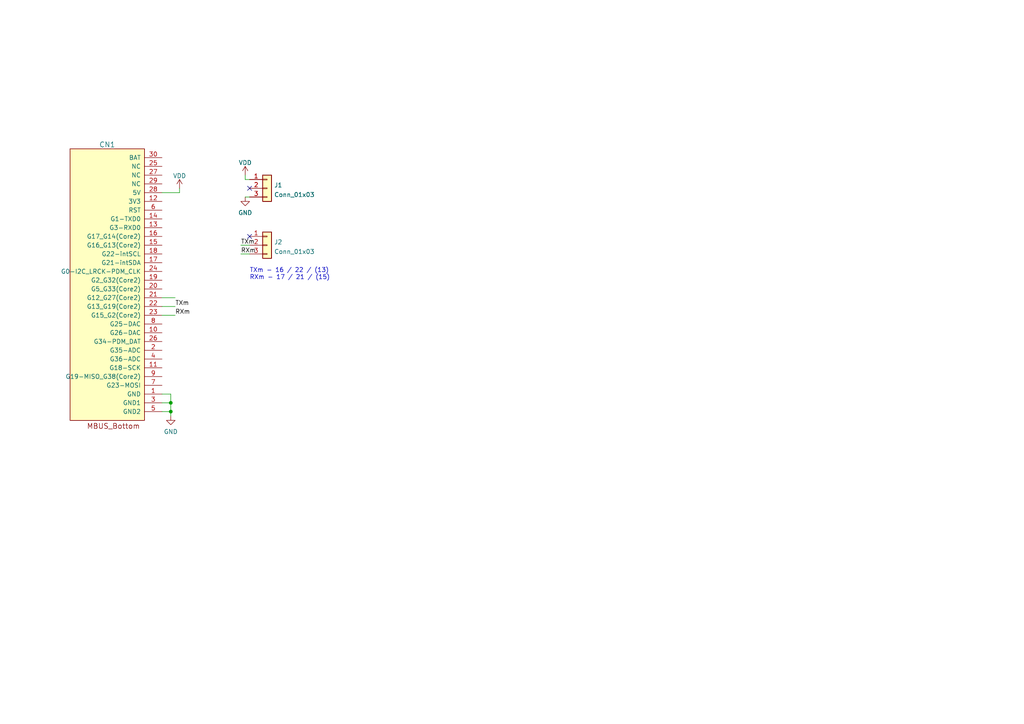
<source format=kicad_sch>
(kicad_sch (version 20211123) (generator eeschema)
  (paper "A4")
  (lib_symbols
    (symbol "Connector_Generic:Conn_01x03" (pin_names (offset 1.016) hide)
      (property "Reference" "J" (at 0 5.08 0))
      (property "Value" "Conn_01x03" (at 0 -5.08 0))
      (symbol "Conn_01x03_1_1"
        (rectangle (start -1.27 -2.413) (end 0 -2.667) (stroke (width 0.1524)))
        (rectangle (start -1.27 0.127) (end 0 -0.127) (stroke (width 0.1524)))
        (rectangle (start -1.27 2.667) (end 0 2.413) (stroke (width 0.1524)))
        (rectangle (start -1.27 3.81) (end 1.27 -3.81) (stroke (width 0.254)) (fill (type background)))
        (pin passive line (at -5.08 2.54 0) (length 3.81) (name "Pin_1") (number "1"))
        (pin passive line (at -5.08 0 0) (length 3.81) (name "Pin_2") (number "2"))
        (pin passive line (at -5.08 -2.54 0) (length 3.81) (name "Pin_3") (number "3"))
      )
    )
    (symbol "akita:CON_MBUS_bottom_Core2" (pin_names (offset 1.016))
      (property "Reference" "CN" (at -11.43 35.56 0))
      (symbol "CON_MBUS_bottom_Core2_1_0"
        (rectangle (start -11.43 35.56) (end 10.16 -43.18) (stroke (width 0.2032)) (fill (type background)))
        (text "MBUS_Bottom" (at -10.16 -45.72 0) (effects (font (size 1.4986 1.4986)) (justify left bottom)))
        (pin bidirectional line (at -16.51 -35.56 0) (length 5.08) (name "GND") (number "1"))
        (pin bidirectional line (at -16.51 -17.78 0) (length 5.08) (name "G26-DAC") (number "10"))
        (pin bidirectional line (at -16.51 -27.94 0) (length 5.08) (name "G18-SCK") (number "11"))
        (pin bidirectional line (at -16.51 20.32 0) (length 5.08) (name "3V3") (number "12"))
        (pin bidirectional line (at -16.51 12.7 0) (length 5.08) (name "G3-RXD0") (number "13"))
        (pin bidirectional line (at -16.51 15.24 0) (length 5.08) (name "G1-TXD0") (number "14"))
        (pin bidirectional line (at -16.51 7.62 0) (length 5.08) (name "G16_G13(Core2)") (number "15"))
        (pin bidirectional line (at -16.51 10.16 0) (length 5.08) (name "G17_G14(Core2)") (number "16"))
        (pin bidirectional line (at -16.51 2.54 0) (length 5.08) (name "G21-intSDA") (number "17"))
        (pin bidirectional line (at -16.51 5.08 0) (length 5.08) (name "G22-intSCL") (number "18"))
        (pin bidirectional line (at -16.51 -2.54 0) (length 5.08) (name "G2_G32(Core2)") (number "19"))
        (pin bidirectional line (at -16.51 -22.86 0) (length 5.08) (name "G35-ADC") (number "2"))
        (pin bidirectional line (at -16.51 -5.08 0) (length 5.08) (name "G5_G33(Core2)") (number "20"))
        (pin bidirectional line (at -16.51 -7.62 0) (length 5.08) (name "G12_G27(Core2)") (number "21"))
        (pin bidirectional line (at -16.51 -10.16 0) (length 5.08) (name "G13_G19(Core2)") (number "22"))
        (pin bidirectional line (at -16.51 -12.7 0) (length 5.08) (name "G15_G2(Core2)") (number "23"))
        (pin bidirectional line (at -16.51 0 0) (length 5.08) (name "G0-I2C_LRCK-PDM_CLK") (number "24"))
        (pin bidirectional line (at -16.51 30.48 0) (length 5.08) (name "NC") (number "25"))
        (pin bidirectional line (at -16.51 -20.32 0) (length 5.08) (name "G34-PDM_DAT") (number "26"))
        (pin bidirectional line (at -16.51 27.94 0) (length 5.08) (name "NC") (number "27"))
        (pin bidirectional line (at -16.51 22.86 0) (length 5.08) (name "5V") (number "28"))
        (pin bidirectional line (at -16.51 25.4 0) (length 5.08) (name "NC") (number "29"))
        (pin bidirectional line (at -16.51 -38.1 0) (length 5.08) (name "GND1") (number "3"))
        (pin bidirectional line (at -16.51 33.02 0) (length 5.08) (name "BAT") (number "30"))
        (pin bidirectional line (at -16.51 -25.4 0) (length 5.08) (name "G36-ADC") (number "4"))
        (pin bidirectional line (at -16.51 -40.64 0) (length 5.08) (name "GND2") (number "5"))
        (pin bidirectional line (at -16.51 17.78 0) (length 5.08) (name "RST") (number "6"))
        (pin bidirectional line (at -16.51 -33.02 0) (length 5.08) (name "G23-MOSI") (number "7"))
        (pin bidirectional line (at -16.51 -15.24 0) (length 5.08) (name "G25-DAC") (number "8"))
        (pin bidirectional line (at -16.51 -30.48 0) (length 5.08) (name "G19-MISO_G38(Core2)") (number "9"))
      )
    )
    (symbol "power:GND" (power) (pin_names (offset 0))
      (property "Value" "GND" (at 0 -3.81 0))
      (symbol "GND_0_1"
        (polyline (pts (xy 0 0) (xy 0 -1.27) (xy 1.27 -1.27) (xy 0 -2.54) (xy -1.27 -1.27) (xy 0 -1.27)))
      )
      (symbol "GND_1_1"
        (pin power_in line (at 0 0 270) (length 0) hide (name "GND") (number "1"))
      )
    )
    (symbol "power:VDD" (power) (pin_names (offset 0))
      (property "Value" "VDD" (at 0 3.81 0))
      (symbol "VDD_0_1"
        (polyline (pts (xy -0.762 1.27) (xy 0 2.54)))
        (polyline (pts (xy 0 0) (xy 0 2.54)))
        (polyline (pts (xy 0 2.54) (xy 0.762 1.27)))
      )
      (symbol "VDD_1_1"
        (pin power_in line (at 0 0 90) (length 0) hide (name "VDD") (number "1"))
      )
    )
  )
  (junction (at 49.53 116.84))
  (junction (at 49.53 119.38))
  (no_connect (at 72.39 54.61))
  (no_connect (at 72.39 68.58))
  (wire (pts (xy 72.39 52.07) (xy 71.12 52.07)))
  (wire (pts (xy 49.53 114.3) (xy 49.53 116.84)))
  (wire (pts (xy 49.53 119.38) (xy 49.53 120.65)))
  (wire (pts (xy 46.99 86.36) (xy 50.8 86.36)))
  (wire (pts (xy 52.07 55.88) (xy 52.07 54.61)))
  (wire (pts (xy 46.99 91.44) (xy 50.8 91.44)))
  (wire (pts (xy 46.99 119.38) (xy 49.53 119.38)))
  (wire (pts (xy 46.99 88.9) (xy 50.8 88.9)))
  (wire (pts (xy 46.99 116.84) (xy 49.53 116.84)))
  (wire (pts (xy 49.53 116.84) (xy 49.53 119.38)))
  (wire (pts (xy 69.85 73.66) (xy 72.39 73.66)))
  (wire (pts (xy 71.12 57.15) (xy 72.39 57.15)))
  (wire (pts (xy 46.99 55.88) (xy 52.07 55.88)))
  (wire (pts (xy 71.12 52.07) (xy 71.12 50.8)))
  (wire (pts (xy 69.85 71.12) (xy 72.39 71.12)))
  (wire (pts (xy 46.99 114.3) (xy 49.53 114.3)))
  (text "TXm - 16 / 22 / (13)\nRXm - 17 / 21 / (15)" (at 72.39 81.28 0) (effects (font (size 1.27 1.27)) (justify left bottom)))
  (label "TXm" (at 69.85 71.12 0))
  (label "RXm" (at 69.85 73.66 0))
  (label "TXm" (at 50.8 88.9 0))
  (label "RXm" (at 50.8 91.44 0))
  (symbol (lib_id "Connector_Generic:Conn_01x03") (at 77.47 54.61 0) (unit 1)
    (property "Reference" "J1" (at 79.502 53.7015 0) (effects (justify left)))
    (property "Value" "Conn_01x03" (at 79.502 56.4766 0) (effects (justify left)))
    (property "Footprint" "Connector_PinSocket_2.54mm:PinSocket_1x03_P2.54mm_Vertical" (effects hide))
  )
  (symbol (lib_id "power:VDD") (at 52.07 54.61 0) (unit 1)
    (property "Reference" "#PWR0110" (effects hide))
    (property "Value" "VDD" (at 52.07 51.0055 0))
  )
  (symbol (lib_id "power:GND") (at 71.12 57.15 0) (unit 1)
    (property "Reference" "#PWR0102" (effects hide))
    (property "Value" "GND" (at 71.12 61.7125 0))
  )
  (symbol (lib_id "power:GND") (at 49.53 120.65 0) (unit 1)
    (property "Reference" "#PWR0113" (effects hide))
    (property "Value" "GND" (at 49.53 125.2125 0))
  )
  (symbol (lib_id "akita:CON_MBUS_bottom_Core2") (at 30.48 78.74 0) (mirror y) (unit 1)
    (property "Reference" "CN1" (at 31.115 41.9595 0) (effects (font (size 1.4986 1.4986))))
    (property "Value" "CON_MBUS_bottom_Core2" (effects hide))
    (property "Footprint" "akita:M5STACK_BUS_30P" (effects hide))
  )
  (symbol (lib_id "Connector_Generic:Conn_01x03") (at 77.47 71.12 0) (unit 1)
    (property "Reference" "J2" (at 79.502 70.2115 0) (effects (justify left)))
    (property "Value" "Conn_01x03" (at 79.502 72.9866 0) (effects (justify left)))
    (property "Footprint" "Connector_PinSocket_2.54mm:PinSocket_1x03_P2.54mm_Vertical" (effects hide))
  )
  (symbol (lib_id "power:VDD") (at 71.12 50.8 0) (unit 1)
    (property "Reference" "#PWR0101" (effects hide))
    (property "Value" "VDD" (at 71.12 47.1955 0))
  )
)
</source>
